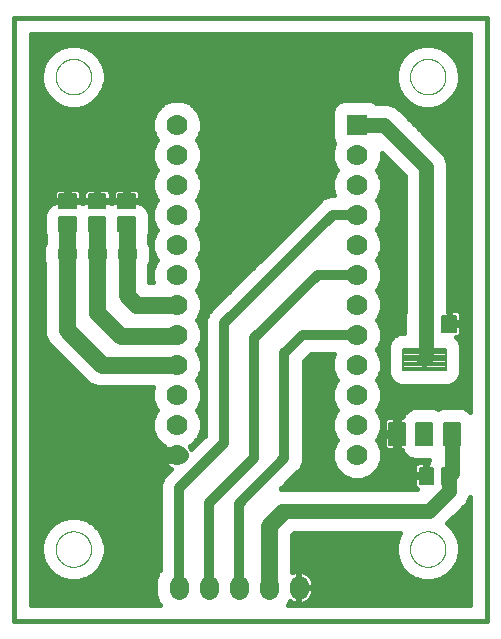
<source format=gtl>
G75*
%MOIN*%
%OFA0B0*%
%FSLAX25Y25*%
%IPPOS*%
%LPD*%
%AMOC8*
5,1,8,0,0,1.08239X$1,22.5*
%
%ADD10C,0.01600*%
%ADD11C,0.00000*%
%ADD12C,0.07000*%
%ADD13R,0.07000X0.07000*%
%ADD14C,0.00512*%
%ADD15C,0.06400*%
%ADD16C,0.00591*%
%ADD17C,0.00787*%
%ADD18C,0.05600*%
%ADD19C,0.03200*%
%ADD20C,0.05000*%
%ADD21C,0.04000*%
D10*
X0043461Y0017076D02*
X0200942Y0017076D01*
X0200942Y0218335D01*
X0043461Y0218335D01*
X0043461Y0017076D01*
X0049061Y0022676D02*
X0049061Y0212735D01*
X0195342Y0212735D01*
X0195342Y0087007D01*
X0194753Y0087596D01*
X0192880Y0088372D01*
X0185538Y0088372D01*
X0184682Y0088017D01*
X0183825Y0088372D01*
X0176483Y0088372D01*
X0174610Y0087596D01*
X0173177Y0086163D01*
X0172767Y0085172D01*
X0171775Y0085172D01*
X0171775Y0080311D01*
X0170423Y0080311D01*
X0170423Y0085172D01*
X0168192Y0085172D01*
X0167710Y0085042D01*
X0167278Y0084793D01*
X0166925Y0084440D01*
X0166675Y0084008D01*
X0166546Y0083526D01*
X0166546Y0080311D01*
X0170423Y0080311D01*
X0170423Y0078958D01*
X0171775Y0078958D01*
X0171775Y0074098D01*
X0172767Y0074098D01*
X0173177Y0073107D01*
X0174610Y0071673D01*
X0176483Y0070898D01*
X0181614Y0070898D01*
X0180945Y0069282D01*
X0180945Y0066059D01*
X0180344Y0066059D01*
X0180344Y0065100D01*
X0176664Y0065100D01*
X0176664Y0062638D01*
X0176791Y0062166D01*
X0177035Y0061743D01*
X0177381Y0061398D01*
X0177746Y0061187D01*
X0132214Y0061187D01*
X0137087Y0066059D01*
X0138887Y0067860D01*
X0139861Y0070212D01*
X0139861Y0103834D01*
X0142293Y0106266D01*
X0150142Y0106266D01*
X0149335Y0104317D01*
X0149335Y0101015D01*
X0150598Y0097965D01*
X0150897Y0097666D01*
X0150598Y0097368D01*
X0149335Y0094317D01*
X0149335Y0091015D01*
X0150598Y0087965D01*
X0150897Y0087666D01*
X0150598Y0087368D01*
X0149335Y0084317D01*
X0149335Y0081015D01*
X0150598Y0077965D01*
X0150897Y0077666D01*
X0150598Y0077368D01*
X0149335Y0074317D01*
X0149335Y0071015D01*
X0150598Y0067965D01*
X0152933Y0065630D01*
X0155984Y0064366D01*
X0159285Y0064366D01*
X0162336Y0065630D01*
X0164671Y0067965D01*
X0165934Y0071015D01*
X0165934Y0074317D01*
X0164671Y0077368D01*
X0164372Y0077666D01*
X0164671Y0077965D01*
X0165934Y0081015D01*
X0165934Y0084317D01*
X0164671Y0087368D01*
X0164372Y0087666D01*
X0164671Y0087965D01*
X0165934Y0091015D01*
X0165934Y0094317D01*
X0164671Y0097368D01*
X0164372Y0097666D01*
X0164671Y0097965D01*
X0165934Y0101015D01*
X0165934Y0104317D01*
X0164671Y0107368D01*
X0164372Y0107666D01*
X0164671Y0107965D01*
X0165934Y0111015D01*
X0165934Y0114317D01*
X0164671Y0117368D01*
X0164372Y0117666D01*
X0164671Y0117965D01*
X0165934Y0121015D01*
X0165934Y0124317D01*
X0164671Y0127368D01*
X0164372Y0127666D01*
X0164671Y0127965D01*
X0165934Y0131015D01*
X0165934Y0134317D01*
X0164671Y0137368D01*
X0164372Y0137666D01*
X0164671Y0137965D01*
X0165934Y0141015D01*
X0165934Y0144317D01*
X0164671Y0147368D01*
X0164372Y0147666D01*
X0164671Y0147965D01*
X0165934Y0151015D01*
X0165934Y0154317D01*
X0164671Y0157368D01*
X0164372Y0157666D01*
X0164671Y0157965D01*
X0165934Y0161015D01*
X0165934Y0164317D01*
X0164671Y0167368D01*
X0164372Y0167666D01*
X0164671Y0167965D01*
X0165934Y0171015D01*
X0165934Y0173098D01*
X0173523Y0165509D01*
X0173523Y0120133D01*
X0173464Y0119991D01*
X0173464Y0113175D01*
X0172034Y0113175D01*
X0170126Y0112384D01*
X0168665Y0110923D01*
X0167874Y0109014D01*
X0167874Y0099861D01*
X0168665Y0097952D01*
X0170126Y0096491D01*
X0172034Y0095701D01*
X0188274Y0095701D01*
X0190183Y0096491D01*
X0191644Y0097952D01*
X0192434Y0099861D01*
X0192434Y0109014D01*
X0191644Y0110923D01*
X0190831Y0111735D01*
X0190851Y0111735D01*
X0191323Y0111862D01*
X0191746Y0112106D01*
X0192092Y0112452D01*
X0192336Y0112875D01*
X0192463Y0113347D01*
X0192463Y0115809D01*
X0188783Y0115809D01*
X0188783Y0116768D01*
X0188183Y0116768D01*
X0188183Y0119991D01*
X0188123Y0120133D01*
X0188123Y0169984D01*
X0187012Y0172667D01*
X0172878Y0186801D01*
X0170825Y0188855D01*
X0168142Y0189966D01*
X0164123Y0189966D01*
X0163853Y0190235D01*
X0162089Y0190966D01*
X0153180Y0190966D01*
X0151416Y0190235D01*
X0150065Y0188885D01*
X0149335Y0187121D01*
X0149335Y0178211D01*
X0150065Y0176447D01*
X0150172Y0176340D01*
X0149335Y0174317D01*
X0149335Y0171015D01*
X0150598Y0167965D01*
X0150897Y0167666D01*
X0150598Y0167368D01*
X0149335Y0164317D01*
X0149335Y0161015D01*
X0150142Y0159066D01*
X0148369Y0159066D01*
X0146017Y0158092D01*
X0144217Y0156291D01*
X0108036Y0120110D01*
X0107061Y0117758D01*
X0107061Y0079136D01*
X0102407Y0074482D01*
X0102361Y0074624D01*
X0101996Y0075339D01*
X0101913Y0075454D01*
X0102336Y0075630D01*
X0104671Y0077965D01*
X0105934Y0081015D01*
X0105934Y0084317D01*
X0104671Y0087368D01*
X0104372Y0087666D01*
X0104671Y0087965D01*
X0105934Y0091015D01*
X0105934Y0094317D01*
X0104671Y0097368D01*
X0104372Y0097666D01*
X0104671Y0097965D01*
X0105934Y0101015D01*
X0105934Y0104317D01*
X0104671Y0107368D01*
X0104372Y0107666D01*
X0104671Y0107965D01*
X0105934Y0111015D01*
X0105934Y0114317D01*
X0104671Y0117368D01*
X0104372Y0117666D01*
X0104671Y0117965D01*
X0105934Y0121015D01*
X0105934Y0124317D01*
X0104671Y0127368D01*
X0104372Y0127666D01*
X0104671Y0127965D01*
X0105934Y0131015D01*
X0105934Y0134317D01*
X0104671Y0137368D01*
X0104372Y0137666D01*
X0104671Y0137965D01*
X0105934Y0141015D01*
X0105934Y0144317D01*
X0104671Y0147368D01*
X0104372Y0147666D01*
X0104671Y0147965D01*
X0105934Y0151015D01*
X0105934Y0154317D01*
X0104671Y0157368D01*
X0104372Y0157666D01*
X0104671Y0157965D01*
X0105934Y0161015D01*
X0105934Y0164317D01*
X0104671Y0167368D01*
X0104372Y0167666D01*
X0104671Y0167965D01*
X0105934Y0171015D01*
X0105934Y0174317D01*
X0104671Y0177368D01*
X0104372Y0177666D01*
X0104671Y0177965D01*
X0105934Y0181015D01*
X0105934Y0184317D01*
X0104671Y0187368D01*
X0102336Y0189703D01*
X0099285Y0190966D01*
X0095984Y0190966D01*
X0092933Y0189703D01*
X0090598Y0187368D01*
X0089335Y0184317D01*
X0089335Y0181015D01*
X0090598Y0177965D01*
X0090897Y0177666D01*
X0090598Y0177368D01*
X0089335Y0174317D01*
X0089335Y0171015D01*
X0090598Y0167965D01*
X0090897Y0167666D01*
X0090598Y0167368D01*
X0089335Y0164317D01*
X0089335Y0161015D01*
X0090598Y0157965D01*
X0090897Y0157666D01*
X0090598Y0157368D01*
X0089335Y0154317D01*
X0089335Y0151015D01*
X0090598Y0147965D01*
X0090897Y0147666D01*
X0090598Y0147368D01*
X0089335Y0144317D01*
X0089335Y0141015D01*
X0090598Y0137965D01*
X0090897Y0137666D01*
X0090598Y0137368D01*
X0089335Y0134317D01*
X0089335Y0131015D01*
X0089645Y0130266D01*
X0088463Y0130266D01*
X0088463Y0135858D01*
X0089020Y0137204D01*
X0089020Y0141987D01*
X0088463Y0143332D01*
X0088463Y0145957D01*
X0088616Y0146326D01*
X0088616Y0152943D01*
X0087846Y0154802D01*
X0086424Y0156224D01*
X0084565Y0156994D01*
X0082956Y0156994D01*
X0082375Y0157235D01*
X0081342Y0157235D01*
X0081342Y0157594D01*
X0085416Y0157594D01*
X0085416Y0159662D01*
X0085289Y0160134D01*
X0085045Y0160558D01*
X0084699Y0160903D01*
X0084276Y0161148D01*
X0083804Y0161274D01*
X0081342Y0161274D01*
X0081342Y0157595D01*
X0080383Y0157595D01*
X0080383Y0161274D01*
X0077922Y0161274D01*
X0077450Y0161148D01*
X0077026Y0160903D01*
X0076681Y0160558D01*
X0076437Y0160134D01*
X0076310Y0159662D01*
X0076310Y0157594D01*
X0080383Y0157594D01*
X0080383Y0157235D01*
X0079351Y0157235D01*
X0078769Y0156994D01*
X0077160Y0156994D01*
X0075942Y0156489D01*
X0074723Y0156994D01*
X0073114Y0156994D01*
X0072532Y0157235D01*
X0071500Y0157235D01*
X0071500Y0157594D01*
X0075573Y0157594D01*
X0075573Y0159662D01*
X0075447Y0160134D01*
X0075202Y0160558D01*
X0074857Y0160903D01*
X0074434Y0161148D01*
X0073962Y0161274D01*
X0071500Y0161274D01*
X0071500Y0157595D01*
X0070541Y0157595D01*
X0070541Y0161274D01*
X0068079Y0161274D01*
X0067607Y0161148D01*
X0067184Y0160903D01*
X0066838Y0160558D01*
X0066594Y0160134D01*
X0066468Y0159662D01*
X0066468Y0157594D01*
X0070541Y0157594D01*
X0070541Y0157235D01*
X0069509Y0157235D01*
X0068927Y0156994D01*
X0067318Y0156994D01*
X0066099Y0156489D01*
X0064880Y0156994D01*
X0063271Y0156994D01*
X0062690Y0157235D01*
X0061657Y0157235D01*
X0061657Y0157594D01*
X0065731Y0157594D01*
X0065731Y0159662D01*
X0065604Y0160134D01*
X0065360Y0160558D01*
X0065014Y0160903D01*
X0064591Y0161148D01*
X0064119Y0161274D01*
X0061657Y0161274D01*
X0061657Y0157595D01*
X0060698Y0157595D01*
X0060698Y0161274D01*
X0058237Y0161274D01*
X0057765Y0161148D01*
X0057341Y0160903D01*
X0056996Y0160558D01*
X0056752Y0160134D01*
X0056625Y0159662D01*
X0056625Y0157594D01*
X0060698Y0157594D01*
X0060698Y0157235D01*
X0059666Y0157235D01*
X0059084Y0156994D01*
X0057475Y0156994D01*
X0055617Y0156224D01*
X0054195Y0154802D01*
X0053425Y0152943D01*
X0053425Y0146326D01*
X0053578Y0145957D01*
X0053578Y0143332D01*
X0053020Y0141987D01*
X0053020Y0137204D01*
X0053420Y0136238D01*
X0053420Y0112650D01*
X0054577Y0109857D01*
X0056715Y0107719D01*
X0068211Y0096223D01*
X0071005Y0095066D01*
X0089645Y0095066D01*
X0089335Y0094317D01*
X0089335Y0091015D01*
X0090598Y0087965D01*
X0090897Y0087666D01*
X0090598Y0087368D01*
X0089335Y0084317D01*
X0089335Y0081015D01*
X0090598Y0077965D01*
X0092933Y0075630D01*
X0093356Y0075454D01*
X0093273Y0075339D01*
X0092908Y0074624D01*
X0092660Y0073860D01*
X0092535Y0073068D01*
X0092535Y0072850D01*
X0097450Y0072850D01*
X0097450Y0072482D01*
X0092535Y0072482D01*
X0092535Y0072265D01*
X0092660Y0071472D01*
X0092908Y0070708D01*
X0093273Y0069993D01*
X0093744Y0069344D01*
X0094312Y0068776D01*
X0094962Y0068304D01*
X0095677Y0067940D01*
X0095819Y0067894D01*
X0093036Y0065110D01*
X0092061Y0062758D01*
X0092061Y0058036D01*
X0091864Y0057561D01*
X0091864Y0034128D01*
X0091482Y0033746D01*
X0090264Y0030805D01*
X0090264Y0026023D01*
X0091482Y0023083D01*
X0091482Y0023084D02*
X0049061Y0023084D01*
X0049061Y0022676D02*
X0091889Y0022676D01*
X0091482Y0023083D01*
X0090820Y0024682D02*
X0049061Y0024682D01*
X0049061Y0026281D02*
X0090264Y0026281D01*
X0090264Y0027879D02*
X0049061Y0027879D01*
X0049061Y0029478D02*
X0090264Y0029478D01*
X0090377Y0031076D02*
X0066838Y0031076D01*
X0067278Y0031194D02*
X0064556Y0030465D01*
X0061737Y0030465D01*
X0059014Y0031194D01*
X0056573Y0032604D01*
X0054580Y0034597D01*
X0053170Y0037038D01*
X0052441Y0039761D01*
X0052441Y0042579D01*
X0053170Y0045302D01*
X0054580Y0047743D01*
X0056573Y0049737D01*
X0059014Y0051146D01*
X0061737Y0051876D01*
X0064556Y0051876D01*
X0067278Y0051146D01*
X0069720Y0049737D01*
X0071713Y0047743D01*
X0073122Y0045302D01*
X0073852Y0042579D01*
X0073852Y0039761D01*
X0073122Y0037038D01*
X0071713Y0034597D01*
X0069720Y0032604D01*
X0067278Y0031194D01*
X0069791Y0032675D02*
X0091039Y0032675D01*
X0091864Y0034273D02*
X0071389Y0034273D01*
X0072449Y0035872D02*
X0091864Y0035872D01*
X0091864Y0037470D02*
X0073238Y0037470D01*
X0073666Y0039069D02*
X0091864Y0039069D01*
X0091864Y0040667D02*
X0073852Y0040667D01*
X0073852Y0042266D02*
X0091864Y0042266D01*
X0091864Y0043864D02*
X0073508Y0043864D01*
X0073030Y0045463D02*
X0091864Y0045463D01*
X0091864Y0047061D02*
X0072107Y0047061D01*
X0070797Y0048660D02*
X0091864Y0048660D01*
X0091864Y0050258D02*
X0068816Y0050258D01*
X0064626Y0051857D02*
X0091864Y0051857D01*
X0091864Y0053455D02*
X0049061Y0053455D01*
X0049061Y0051857D02*
X0061667Y0051857D01*
X0057476Y0050258D02*
X0049061Y0050258D01*
X0049061Y0048660D02*
X0055496Y0048660D01*
X0054186Y0047061D02*
X0049061Y0047061D01*
X0049061Y0045463D02*
X0053263Y0045463D01*
X0052785Y0043864D02*
X0049061Y0043864D01*
X0049061Y0042266D02*
X0052441Y0042266D01*
X0052441Y0040667D02*
X0049061Y0040667D01*
X0049061Y0039069D02*
X0052626Y0039069D01*
X0053055Y0037470D02*
X0049061Y0037470D01*
X0049061Y0035872D02*
X0053844Y0035872D01*
X0054903Y0034273D02*
X0049061Y0034273D01*
X0049061Y0032675D02*
X0056502Y0032675D01*
X0059455Y0031076D02*
X0049061Y0031076D01*
X0049061Y0055054D02*
X0091864Y0055054D01*
X0091864Y0056652D02*
X0049061Y0056652D01*
X0049061Y0058251D02*
X0092061Y0058251D01*
X0092061Y0059849D02*
X0049061Y0059849D01*
X0049061Y0061448D02*
X0092061Y0061448D01*
X0092181Y0063046D02*
X0049061Y0063046D01*
X0049061Y0064645D02*
X0092843Y0064645D01*
X0094169Y0066243D02*
X0049061Y0066243D01*
X0049061Y0067842D02*
X0095767Y0067842D01*
X0093674Y0069440D02*
X0049061Y0069440D01*
X0049061Y0071039D02*
X0092801Y0071039D01*
X0092782Y0074236D02*
X0049061Y0074236D01*
X0049061Y0075834D02*
X0092728Y0075834D01*
X0091130Y0077433D02*
X0049061Y0077433D01*
X0049061Y0079031D02*
X0090156Y0079031D01*
X0089494Y0080630D02*
X0049061Y0080630D01*
X0049061Y0082228D02*
X0089335Y0082228D01*
X0089335Y0083827D02*
X0049061Y0083827D01*
X0049061Y0085425D02*
X0089794Y0085425D01*
X0090456Y0087024D02*
X0049061Y0087024D01*
X0049061Y0088623D02*
X0090326Y0088623D01*
X0089663Y0090221D02*
X0049061Y0090221D01*
X0049061Y0091820D02*
X0089335Y0091820D01*
X0089335Y0093418D02*
X0049061Y0093418D01*
X0049061Y0095017D02*
X0089624Y0095017D01*
X0104983Y0096615D02*
X0107061Y0096615D01*
X0107061Y0095017D02*
X0105645Y0095017D01*
X0105934Y0093418D02*
X0107061Y0093418D01*
X0107061Y0091820D02*
X0105934Y0091820D01*
X0105606Y0090221D02*
X0107061Y0090221D01*
X0107061Y0088623D02*
X0104943Y0088623D01*
X0104813Y0087024D02*
X0107061Y0087024D01*
X0107061Y0085425D02*
X0105475Y0085425D01*
X0105934Y0083827D02*
X0107061Y0083827D01*
X0107061Y0082228D02*
X0105934Y0082228D01*
X0105775Y0080630D02*
X0107061Y0080630D01*
X0106957Y0079031D02*
X0105113Y0079031D01*
X0105358Y0077433D02*
X0104139Y0077433D01*
X0103760Y0075834D02*
X0102541Y0075834D01*
X0100776Y0072850D02*
X0097819Y0072850D01*
X0097819Y0072482D01*
X0100407Y0072482D01*
X0100776Y0072850D01*
X0100563Y0072637D02*
X0097819Y0072637D01*
X0097450Y0072637D02*
X0049061Y0072637D01*
X0049061Y0096615D02*
X0067819Y0096615D01*
X0066221Y0098214D02*
X0049061Y0098214D01*
X0049061Y0099812D02*
X0064622Y0099812D01*
X0063024Y0101411D02*
X0049061Y0101411D01*
X0049061Y0103009D02*
X0061425Y0103009D01*
X0059827Y0104608D02*
X0049061Y0104608D01*
X0049061Y0106206D02*
X0058228Y0106206D01*
X0056630Y0107805D02*
X0049061Y0107805D01*
X0049061Y0109403D02*
X0055031Y0109403D01*
X0054103Y0111002D02*
X0049061Y0111002D01*
X0049061Y0112600D02*
X0053441Y0112600D01*
X0053420Y0114199D02*
X0049061Y0114199D01*
X0049061Y0115797D02*
X0053420Y0115797D01*
X0053420Y0117396D02*
X0049061Y0117396D01*
X0049061Y0118994D02*
X0053420Y0118994D01*
X0053420Y0120593D02*
X0049061Y0120593D01*
X0049061Y0122191D02*
X0053420Y0122191D01*
X0053420Y0123790D02*
X0049061Y0123790D01*
X0049061Y0125388D02*
X0053420Y0125388D01*
X0053420Y0126987D02*
X0049061Y0126987D01*
X0049061Y0128585D02*
X0053420Y0128585D01*
X0053420Y0130184D02*
X0049061Y0130184D01*
X0049061Y0131782D02*
X0053420Y0131782D01*
X0053420Y0133381D02*
X0049061Y0133381D01*
X0049061Y0134979D02*
X0053420Y0134979D01*
X0053280Y0136578D02*
X0049061Y0136578D01*
X0049061Y0138176D02*
X0053020Y0138176D01*
X0053020Y0139775D02*
X0049061Y0139775D01*
X0049061Y0141373D02*
X0053020Y0141373D01*
X0053428Y0142972D02*
X0049061Y0142972D01*
X0049061Y0144570D02*
X0053578Y0144570D01*
X0053490Y0146169D02*
X0049061Y0146169D01*
X0049061Y0147767D02*
X0053425Y0147767D01*
X0053425Y0149366D02*
X0049061Y0149366D01*
X0049061Y0150964D02*
X0053425Y0150964D01*
X0053425Y0152563D02*
X0049061Y0152563D01*
X0049061Y0154161D02*
X0053930Y0154161D01*
X0055153Y0155760D02*
X0049061Y0155760D01*
X0049061Y0157359D02*
X0060698Y0157359D01*
X0061657Y0157359D02*
X0070541Y0157359D01*
X0071500Y0157359D02*
X0080383Y0157359D01*
X0081342Y0157359D02*
X0090594Y0157359D01*
X0090187Y0158957D02*
X0085416Y0158957D01*
X0085046Y0160556D02*
X0089525Y0160556D01*
X0089335Y0162154D02*
X0049061Y0162154D01*
X0049061Y0160556D02*
X0056995Y0160556D01*
X0056625Y0158957D02*
X0049061Y0158957D01*
X0049061Y0163753D02*
X0089335Y0163753D01*
X0089763Y0165351D02*
X0049061Y0165351D01*
X0049061Y0166950D02*
X0090425Y0166950D01*
X0090356Y0168548D02*
X0049061Y0168548D01*
X0049061Y0170147D02*
X0089694Y0170147D01*
X0089335Y0171745D02*
X0049061Y0171745D01*
X0049061Y0173344D02*
X0089335Y0173344D01*
X0089593Y0174942D02*
X0049061Y0174942D01*
X0049061Y0176541D02*
X0090256Y0176541D01*
X0090526Y0178139D02*
X0049061Y0178139D01*
X0049061Y0179738D02*
X0089864Y0179738D01*
X0089335Y0181336D02*
X0049061Y0181336D01*
X0049061Y0182935D02*
X0089335Y0182935D01*
X0089424Y0184533D02*
X0049061Y0184533D01*
X0049061Y0186132D02*
X0090086Y0186132D01*
X0090961Y0187730D02*
X0049061Y0187730D01*
X0049061Y0189329D02*
X0057881Y0189329D01*
X0059014Y0188674D02*
X0056573Y0190084D01*
X0054580Y0192077D01*
X0053170Y0194518D01*
X0052441Y0197241D01*
X0052441Y0200060D01*
X0053170Y0202783D01*
X0054580Y0205224D01*
X0056573Y0207217D01*
X0059014Y0208626D01*
X0061737Y0209356D01*
X0064556Y0209356D01*
X0067278Y0208626D01*
X0069720Y0207217D01*
X0071713Y0205224D01*
X0073122Y0202783D01*
X0073852Y0200060D01*
X0073852Y0197241D01*
X0073122Y0194518D01*
X0071713Y0192077D01*
X0069720Y0190084D01*
X0067278Y0188674D01*
X0064556Y0187945D01*
X0061737Y0187945D01*
X0059014Y0188674D01*
X0055730Y0190927D02*
X0049061Y0190927D01*
X0049061Y0192526D02*
X0054321Y0192526D01*
X0053398Y0194124D02*
X0049061Y0194124D01*
X0049061Y0195723D02*
X0052848Y0195723D01*
X0052441Y0197321D02*
X0049061Y0197321D01*
X0049061Y0198920D02*
X0052441Y0198920D01*
X0052564Y0200518D02*
X0049061Y0200518D01*
X0049061Y0202117D02*
X0052992Y0202117D01*
X0053709Y0203715D02*
X0049061Y0203715D01*
X0049061Y0205314D02*
X0054670Y0205314D01*
X0056268Y0206912D02*
X0049061Y0206912D01*
X0049061Y0208511D02*
X0058814Y0208511D01*
X0067478Y0208511D02*
X0176924Y0208511D01*
X0177124Y0208626D02*
X0174683Y0207217D01*
X0172690Y0205224D01*
X0171281Y0202783D01*
X0170551Y0200060D01*
X0170551Y0197241D01*
X0171281Y0194518D01*
X0172690Y0192077D01*
X0174683Y0190084D01*
X0177124Y0188674D01*
X0179847Y0187945D01*
X0182666Y0187945D01*
X0185389Y0188674D01*
X0187830Y0190084D01*
X0189823Y0192077D01*
X0191232Y0194518D01*
X0191962Y0197241D01*
X0191962Y0200060D01*
X0191232Y0202783D01*
X0189823Y0205224D01*
X0187830Y0207217D01*
X0185389Y0208626D01*
X0182666Y0209356D01*
X0179847Y0209356D01*
X0177124Y0208626D01*
X0174379Y0206912D02*
X0070024Y0206912D01*
X0071623Y0205314D02*
X0172780Y0205314D01*
X0171819Y0203715D02*
X0072584Y0203715D01*
X0073301Y0202117D02*
X0171102Y0202117D01*
X0170674Y0200518D02*
X0073729Y0200518D01*
X0073852Y0198920D02*
X0170551Y0198920D01*
X0170551Y0197321D02*
X0073852Y0197321D01*
X0073445Y0195723D02*
X0170958Y0195723D01*
X0171508Y0194124D02*
X0072895Y0194124D01*
X0071972Y0192526D02*
X0172431Y0192526D01*
X0173840Y0190927D02*
X0162183Y0190927D01*
X0169681Y0189329D02*
X0175991Y0189329D01*
X0173548Y0186132D02*
X0195342Y0186132D01*
X0195342Y0187730D02*
X0171949Y0187730D01*
X0175146Y0184533D02*
X0195342Y0184533D01*
X0195342Y0182935D02*
X0176745Y0182935D01*
X0178343Y0181336D02*
X0195342Y0181336D01*
X0195342Y0179738D02*
X0179942Y0179738D01*
X0181540Y0178139D02*
X0195342Y0178139D01*
X0195342Y0176541D02*
X0183139Y0176541D01*
X0184737Y0174942D02*
X0195342Y0174942D01*
X0195342Y0173344D02*
X0186336Y0173344D01*
X0187394Y0171745D02*
X0195342Y0171745D01*
X0195342Y0170147D02*
X0188056Y0170147D01*
X0188123Y0168548D02*
X0195342Y0168548D01*
X0195342Y0166950D02*
X0188123Y0166950D01*
X0188123Y0165351D02*
X0195342Y0165351D01*
X0195342Y0163753D02*
X0188123Y0163753D01*
X0188123Y0162154D02*
X0195342Y0162154D01*
X0195342Y0160556D02*
X0188123Y0160556D01*
X0188123Y0158957D02*
X0195342Y0158957D01*
X0195342Y0157359D02*
X0188123Y0157359D01*
X0188123Y0155760D02*
X0195342Y0155760D01*
X0195342Y0154161D02*
X0188123Y0154161D01*
X0188123Y0152563D02*
X0195342Y0152563D01*
X0195342Y0150964D02*
X0188123Y0150964D01*
X0188123Y0149366D02*
X0195342Y0149366D01*
X0195342Y0147767D02*
X0188123Y0147767D01*
X0188123Y0146169D02*
X0195342Y0146169D01*
X0195342Y0144570D02*
X0188123Y0144570D01*
X0188123Y0142972D02*
X0195342Y0142972D01*
X0195342Y0141373D02*
X0188123Y0141373D01*
X0188123Y0139775D02*
X0195342Y0139775D01*
X0195342Y0138176D02*
X0188123Y0138176D01*
X0188123Y0136578D02*
X0195342Y0136578D01*
X0195342Y0134979D02*
X0188123Y0134979D01*
X0188123Y0133381D02*
X0195342Y0133381D01*
X0195342Y0131782D02*
X0188123Y0131782D01*
X0188123Y0130184D02*
X0195342Y0130184D01*
X0195342Y0128585D02*
X0188123Y0128585D01*
X0188123Y0126987D02*
X0195342Y0126987D01*
X0195342Y0125388D02*
X0188123Y0125388D01*
X0188123Y0123790D02*
X0195342Y0123790D01*
X0195342Y0122191D02*
X0188123Y0122191D01*
X0188783Y0120841D02*
X0190851Y0120841D01*
X0191323Y0120714D01*
X0191746Y0120470D01*
X0192092Y0120125D01*
X0192336Y0119701D01*
X0192463Y0119229D01*
X0192463Y0116768D01*
X0188783Y0116768D01*
X0188783Y0120841D01*
X0188783Y0120593D02*
X0188123Y0120593D01*
X0188183Y0118994D02*
X0188783Y0118994D01*
X0188783Y0117396D02*
X0188183Y0117396D01*
X0192178Y0112600D02*
X0195342Y0112600D01*
X0195342Y0111002D02*
X0191565Y0111002D01*
X0192273Y0109403D02*
X0195342Y0109403D01*
X0195342Y0107805D02*
X0192434Y0107805D01*
X0192434Y0106206D02*
X0195342Y0106206D01*
X0195342Y0104608D02*
X0192434Y0104608D01*
X0192434Y0103009D02*
X0195342Y0103009D01*
X0195342Y0101411D02*
X0192434Y0101411D01*
X0192414Y0099812D02*
X0195342Y0099812D01*
X0195342Y0098214D02*
X0191752Y0098214D01*
X0190306Y0096615D02*
X0195342Y0096615D01*
X0195342Y0095017D02*
X0165645Y0095017D01*
X0165934Y0093418D02*
X0195342Y0093418D01*
X0195342Y0091820D02*
X0165934Y0091820D01*
X0165606Y0090221D02*
X0195342Y0090221D01*
X0195342Y0088623D02*
X0164943Y0088623D01*
X0164813Y0087024D02*
X0174039Y0087024D01*
X0172872Y0085425D02*
X0165475Y0085425D01*
X0165934Y0083827D02*
X0166627Y0083827D01*
X0166546Y0082228D02*
X0165934Y0082228D01*
X0165775Y0080630D02*
X0166546Y0080630D01*
X0166546Y0078958D02*
X0166546Y0075743D01*
X0166675Y0075261D01*
X0166925Y0074829D01*
X0167278Y0074476D01*
X0167710Y0074227D01*
X0168192Y0074098D01*
X0170423Y0074098D01*
X0170423Y0078958D01*
X0166546Y0078958D01*
X0165113Y0079031D02*
X0170423Y0079031D01*
X0170423Y0077433D02*
X0171775Y0077433D01*
X0171775Y0075834D02*
X0170423Y0075834D01*
X0170423Y0074236D02*
X0171775Y0074236D01*
X0173646Y0072637D02*
X0165934Y0072637D01*
X0165934Y0071039D02*
X0176142Y0071039D01*
X0177381Y0069761D02*
X0177035Y0069416D01*
X0176791Y0068993D01*
X0176664Y0068521D01*
X0176664Y0066059D01*
X0180344Y0066059D01*
X0180344Y0070132D01*
X0178276Y0070132D01*
X0177804Y0070006D01*
X0177381Y0069761D01*
X0177060Y0069440D02*
X0165282Y0069440D01*
X0164548Y0067842D02*
X0176664Y0067842D01*
X0176664Y0066243D02*
X0162950Y0066243D01*
X0159958Y0064645D02*
X0176664Y0064645D01*
X0176664Y0063046D02*
X0134074Y0063046D01*
X0135672Y0064645D02*
X0155311Y0064645D01*
X0152319Y0066243D02*
X0137271Y0066243D01*
X0138869Y0067842D02*
X0150721Y0067842D01*
X0149987Y0069440D02*
X0139542Y0069440D01*
X0139861Y0071039D02*
X0149335Y0071039D01*
X0149335Y0072637D02*
X0139861Y0072637D01*
X0139861Y0074236D02*
X0149335Y0074236D01*
X0149963Y0075834D02*
X0139861Y0075834D01*
X0139861Y0077433D02*
X0150663Y0077433D01*
X0150156Y0079031D02*
X0139861Y0079031D01*
X0139861Y0080630D02*
X0149494Y0080630D01*
X0149335Y0082228D02*
X0139861Y0082228D01*
X0139861Y0083827D02*
X0149335Y0083827D01*
X0149794Y0085425D02*
X0139861Y0085425D01*
X0139861Y0087024D02*
X0150456Y0087024D01*
X0150326Y0088623D02*
X0139861Y0088623D01*
X0139861Y0090221D02*
X0149663Y0090221D01*
X0149335Y0091820D02*
X0139861Y0091820D01*
X0139861Y0093418D02*
X0149335Y0093418D01*
X0149624Y0095017D02*
X0139861Y0095017D01*
X0139861Y0096615D02*
X0150286Y0096615D01*
X0150495Y0098214D02*
X0139861Y0098214D01*
X0139861Y0099812D02*
X0149833Y0099812D01*
X0149335Y0101411D02*
X0139861Y0101411D01*
X0139861Y0103009D02*
X0149335Y0103009D01*
X0149455Y0104608D02*
X0140635Y0104608D01*
X0142233Y0106206D02*
X0150117Y0106206D01*
X0164511Y0107805D02*
X0167874Y0107805D01*
X0167874Y0106206D02*
X0165152Y0106206D01*
X0165814Y0104608D02*
X0167874Y0104608D01*
X0167874Y0103009D02*
X0165934Y0103009D01*
X0165934Y0101411D02*
X0167874Y0101411D01*
X0167894Y0099812D02*
X0165436Y0099812D01*
X0164774Y0098214D02*
X0168556Y0098214D01*
X0170002Y0096615D02*
X0164983Y0096615D01*
X0170423Y0083827D02*
X0171775Y0083827D01*
X0171775Y0082228D02*
X0170423Y0082228D01*
X0170423Y0080630D02*
X0171775Y0080630D01*
X0166546Y0077433D02*
X0164606Y0077433D01*
X0165306Y0075834D02*
X0166546Y0075834D01*
X0165934Y0074236D02*
X0167694Y0074236D01*
X0180344Y0069440D02*
X0181010Y0069440D01*
X0180945Y0067842D02*
X0180344Y0067842D01*
X0180344Y0066243D02*
X0180945Y0066243D01*
X0177331Y0061448D02*
X0132475Y0061448D01*
X0136634Y0046587D02*
X0135864Y0045817D01*
X0135864Y0033378D01*
X0136422Y0033663D01*
X0137140Y0033896D01*
X0137887Y0034014D01*
X0138064Y0034014D01*
X0138064Y0028614D01*
X0138464Y0028614D01*
X0138464Y0034014D01*
X0138642Y0034014D01*
X0139388Y0033896D01*
X0140107Y0033663D01*
X0140780Y0033319D01*
X0141391Y0032875D01*
X0141926Y0032341D01*
X0142370Y0031730D01*
X0142713Y0031057D01*
X0142946Y0030338D01*
X0143064Y0029592D01*
X0143064Y0028614D01*
X0138465Y0028614D01*
X0138465Y0028214D01*
X0143064Y0028214D01*
X0143064Y0027236D01*
X0142946Y0026490D01*
X0142713Y0025772D01*
X0142370Y0025098D01*
X0141926Y0024487D01*
X0141391Y0023953D01*
X0140780Y0023509D01*
X0140107Y0023166D01*
X0139388Y0022932D01*
X0138642Y0022814D01*
X0138464Y0022814D01*
X0138464Y0028214D01*
X0138064Y0028214D01*
X0138064Y0022814D01*
X0137887Y0022814D01*
X0137140Y0022932D01*
X0136422Y0023166D01*
X0135749Y0023509D01*
X0135345Y0023802D01*
X0135046Y0023083D01*
X0134640Y0022676D01*
X0195342Y0022676D01*
X0195342Y0058416D01*
X0194492Y0056366D01*
X0192439Y0054312D01*
X0187847Y0049720D01*
X0189823Y0047743D01*
X0191232Y0045302D01*
X0191962Y0042579D01*
X0191962Y0039761D01*
X0191232Y0037038D01*
X0189823Y0034597D01*
X0187830Y0032604D01*
X0185389Y0031194D01*
X0182666Y0030465D01*
X0179847Y0030465D01*
X0177124Y0031194D01*
X0174683Y0032604D01*
X0172690Y0034597D01*
X0171281Y0037038D01*
X0170551Y0039761D01*
X0170551Y0042579D01*
X0171281Y0045302D01*
X0172022Y0046587D01*
X0136634Y0046587D01*
X0135864Y0045463D02*
X0171373Y0045463D01*
X0170895Y0043864D02*
X0135864Y0043864D01*
X0135864Y0042266D02*
X0170551Y0042266D01*
X0170551Y0040667D02*
X0135864Y0040667D01*
X0135864Y0039069D02*
X0170736Y0039069D01*
X0171165Y0037470D02*
X0135864Y0037470D01*
X0135864Y0035872D02*
X0171954Y0035872D01*
X0173014Y0034273D02*
X0135864Y0034273D01*
X0138064Y0032675D02*
X0138464Y0032675D01*
X0138464Y0031076D02*
X0138064Y0031076D01*
X0138064Y0029478D02*
X0138464Y0029478D01*
X0138464Y0027879D02*
X0138064Y0027879D01*
X0138064Y0026281D02*
X0138464Y0026281D01*
X0138464Y0024682D02*
X0138064Y0024682D01*
X0138064Y0023084D02*
X0138464Y0023084D01*
X0139854Y0023084D02*
X0195342Y0023084D01*
X0195342Y0024682D02*
X0142067Y0024682D01*
X0142878Y0026281D02*
X0195342Y0026281D01*
X0195342Y0027879D02*
X0143064Y0027879D01*
X0143064Y0029478D02*
X0195342Y0029478D01*
X0195342Y0031076D02*
X0184948Y0031076D01*
X0187901Y0032675D02*
X0195342Y0032675D01*
X0195342Y0034273D02*
X0189499Y0034273D01*
X0190559Y0035872D02*
X0195342Y0035872D01*
X0195342Y0037470D02*
X0191348Y0037470D01*
X0191777Y0039069D02*
X0195342Y0039069D01*
X0195342Y0040667D02*
X0191962Y0040667D01*
X0191962Y0042266D02*
X0195342Y0042266D01*
X0195342Y0043864D02*
X0191618Y0043864D01*
X0191140Y0045463D02*
X0195342Y0045463D01*
X0195342Y0047061D02*
X0190217Y0047061D01*
X0188907Y0048660D02*
X0195342Y0048660D01*
X0195342Y0050258D02*
X0188385Y0050258D01*
X0189984Y0051857D02*
X0195342Y0051857D01*
X0195342Y0053455D02*
X0191582Y0053455D01*
X0193181Y0055054D02*
X0195342Y0055054D01*
X0195342Y0056652D02*
X0194611Y0056652D01*
X0195273Y0058251D02*
X0195342Y0058251D01*
X0174612Y0032675D02*
X0141592Y0032675D01*
X0142703Y0031076D02*
X0177565Y0031076D01*
X0136675Y0023084D02*
X0135047Y0023084D01*
X0195325Y0087024D02*
X0195342Y0087024D01*
X0195342Y0114199D02*
X0192463Y0114199D01*
X0192463Y0115797D02*
X0195342Y0115797D01*
X0195342Y0117396D02*
X0192463Y0117396D01*
X0192463Y0118994D02*
X0195342Y0118994D01*
X0195342Y0120593D02*
X0191534Y0120593D01*
X0173523Y0120593D02*
X0165760Y0120593D01*
X0165934Y0122191D02*
X0173523Y0122191D01*
X0173523Y0123790D02*
X0165934Y0123790D01*
X0165491Y0125388D02*
X0173523Y0125388D01*
X0173523Y0126987D02*
X0164829Y0126987D01*
X0164928Y0128585D02*
X0173523Y0128585D01*
X0173523Y0130184D02*
X0165590Y0130184D01*
X0165934Y0131782D02*
X0173523Y0131782D01*
X0173523Y0133381D02*
X0165934Y0133381D01*
X0165660Y0134979D02*
X0173523Y0134979D01*
X0173523Y0136578D02*
X0164998Y0136578D01*
X0164759Y0138176D02*
X0173523Y0138176D01*
X0173523Y0139775D02*
X0165421Y0139775D01*
X0165934Y0141373D02*
X0173523Y0141373D01*
X0173523Y0142972D02*
X0165934Y0142972D01*
X0165830Y0144570D02*
X0173523Y0144570D01*
X0173523Y0146169D02*
X0165167Y0146169D01*
X0164474Y0147767D02*
X0173523Y0147767D01*
X0173523Y0149366D02*
X0165251Y0149366D01*
X0165913Y0150964D02*
X0173523Y0150964D01*
X0173523Y0152563D02*
X0165934Y0152563D01*
X0165934Y0154161D02*
X0173523Y0154161D01*
X0173523Y0155760D02*
X0165337Y0155760D01*
X0164675Y0157359D02*
X0173523Y0157359D01*
X0173523Y0158957D02*
X0165082Y0158957D01*
X0165744Y0160556D02*
X0173523Y0160556D01*
X0173523Y0162154D02*
X0165934Y0162154D01*
X0165934Y0163753D02*
X0173523Y0163753D01*
X0173523Y0165351D02*
X0165506Y0165351D01*
X0164844Y0166950D02*
X0172082Y0166950D01*
X0170484Y0168548D02*
X0164913Y0168548D01*
X0165575Y0170147D02*
X0168885Y0170147D01*
X0167287Y0171745D02*
X0165934Y0171745D01*
X0150356Y0168548D02*
X0104913Y0168548D01*
X0104844Y0166950D02*
X0150425Y0166950D01*
X0149763Y0165351D02*
X0105506Y0165351D01*
X0105934Y0163753D02*
X0149335Y0163753D01*
X0149335Y0162154D02*
X0105934Y0162154D01*
X0105744Y0160556D02*
X0149525Y0160556D01*
X0148106Y0158957D02*
X0105082Y0158957D01*
X0104675Y0157359D02*
X0145284Y0157359D01*
X0143685Y0155760D02*
X0105337Y0155760D01*
X0105934Y0154161D02*
X0142087Y0154161D01*
X0140488Y0152563D02*
X0105934Y0152563D01*
X0105913Y0150964D02*
X0138890Y0150964D01*
X0137291Y0149366D02*
X0105251Y0149366D01*
X0104474Y0147767D02*
X0135693Y0147767D01*
X0134094Y0146169D02*
X0105167Y0146169D01*
X0105830Y0144570D02*
X0132496Y0144570D01*
X0130897Y0142972D02*
X0105934Y0142972D01*
X0105934Y0141373D02*
X0129299Y0141373D01*
X0127700Y0139775D02*
X0105421Y0139775D01*
X0104759Y0138176D02*
X0126102Y0138176D01*
X0124503Y0136578D02*
X0104998Y0136578D01*
X0105660Y0134979D02*
X0122905Y0134979D01*
X0121306Y0133381D02*
X0105934Y0133381D01*
X0105934Y0131782D02*
X0119708Y0131782D01*
X0118109Y0130184D02*
X0105590Y0130184D01*
X0104928Y0128585D02*
X0116511Y0128585D01*
X0114912Y0126987D02*
X0104829Y0126987D01*
X0105491Y0125388D02*
X0113314Y0125388D01*
X0111715Y0123790D02*
X0105934Y0123790D01*
X0105934Y0122191D02*
X0110117Y0122191D01*
X0108518Y0120593D02*
X0105760Y0120593D01*
X0105097Y0118994D02*
X0107573Y0118994D01*
X0107061Y0117396D02*
X0104643Y0117396D01*
X0105321Y0115797D02*
X0107061Y0115797D01*
X0107061Y0114199D02*
X0105934Y0114199D01*
X0105934Y0112600D02*
X0107061Y0112600D01*
X0107061Y0111002D02*
X0105929Y0111002D01*
X0105267Y0109403D02*
X0107061Y0109403D01*
X0107061Y0107805D02*
X0104511Y0107805D01*
X0105152Y0106206D02*
X0107061Y0106206D01*
X0107061Y0104608D02*
X0105814Y0104608D01*
X0105934Y0103009D02*
X0107061Y0103009D01*
X0107061Y0101411D02*
X0105934Y0101411D01*
X0105436Y0099812D02*
X0107061Y0099812D01*
X0107061Y0098214D02*
X0104774Y0098214D01*
X0089335Y0131782D02*
X0088463Y0131782D01*
X0088463Y0133381D02*
X0089335Y0133381D01*
X0089609Y0134979D02*
X0088463Y0134979D01*
X0088761Y0136578D02*
X0090271Y0136578D01*
X0090510Y0138176D02*
X0089020Y0138176D01*
X0089020Y0139775D02*
X0089848Y0139775D01*
X0089335Y0141373D02*
X0089020Y0141373D01*
X0089335Y0142972D02*
X0088612Y0142972D01*
X0088463Y0144570D02*
X0089439Y0144570D01*
X0090102Y0146169D02*
X0088551Y0146169D01*
X0088616Y0147767D02*
X0090795Y0147767D01*
X0090018Y0149366D02*
X0088616Y0149366D01*
X0088616Y0150964D02*
X0089355Y0150964D01*
X0089335Y0152563D02*
X0088616Y0152563D01*
X0088111Y0154161D02*
X0089335Y0154161D01*
X0089932Y0155760D02*
X0086888Y0155760D01*
X0081342Y0158957D02*
X0080383Y0158957D01*
X0080383Y0160556D02*
X0081342Y0160556D01*
X0076680Y0160556D02*
X0075204Y0160556D01*
X0075573Y0158957D02*
X0076310Y0158957D01*
X0071500Y0158957D02*
X0070541Y0158957D01*
X0070541Y0160556D02*
X0071500Y0160556D01*
X0066837Y0160556D02*
X0065361Y0160556D01*
X0065731Y0158957D02*
X0066468Y0158957D01*
X0061657Y0158957D02*
X0060698Y0158957D01*
X0060698Y0160556D02*
X0061657Y0160556D01*
X0068412Y0189329D02*
X0092559Y0189329D01*
X0095890Y0190927D02*
X0070563Y0190927D01*
X0049061Y0210109D02*
X0195342Y0210109D01*
X0195342Y0208511D02*
X0185589Y0208511D01*
X0188134Y0206912D02*
X0195342Y0206912D01*
X0195342Y0205314D02*
X0189733Y0205314D01*
X0190694Y0203715D02*
X0195342Y0203715D01*
X0195342Y0202117D02*
X0191411Y0202117D01*
X0191839Y0200518D02*
X0195342Y0200518D01*
X0195342Y0198920D02*
X0191962Y0198920D01*
X0191962Y0197321D02*
X0195342Y0197321D01*
X0195342Y0195723D02*
X0191555Y0195723D01*
X0191005Y0194124D02*
X0195342Y0194124D01*
X0195342Y0192526D02*
X0190082Y0192526D01*
X0188673Y0190927D02*
X0195342Y0190927D01*
X0195342Y0189329D02*
X0186522Y0189329D01*
X0195342Y0211708D02*
X0049061Y0211708D01*
X0099379Y0190927D02*
X0153086Y0190927D01*
X0150509Y0189329D02*
X0102710Y0189329D01*
X0104308Y0187730D02*
X0149587Y0187730D01*
X0149335Y0186132D02*
X0105183Y0186132D01*
X0105845Y0184533D02*
X0149335Y0184533D01*
X0149335Y0182935D02*
X0105934Y0182935D01*
X0105934Y0181336D02*
X0149335Y0181336D01*
X0149335Y0179738D02*
X0105405Y0179738D01*
X0104743Y0178139D02*
X0149364Y0178139D01*
X0150027Y0176541D02*
X0105013Y0176541D01*
X0105676Y0174942D02*
X0149593Y0174942D01*
X0149335Y0173344D02*
X0105934Y0173344D01*
X0105934Y0171745D02*
X0149335Y0171745D01*
X0149694Y0170147D02*
X0105575Y0170147D01*
X0165097Y0118994D02*
X0173464Y0118994D01*
X0173464Y0117396D02*
X0164643Y0117396D01*
X0165321Y0115797D02*
X0173464Y0115797D01*
X0173464Y0114199D02*
X0165934Y0114199D01*
X0165934Y0112600D02*
X0170647Y0112600D01*
X0168743Y0111002D02*
X0165929Y0111002D01*
X0165267Y0109403D02*
X0168035Y0109403D01*
D11*
X0175351Y0041170D02*
X0175353Y0041323D01*
X0175359Y0041477D01*
X0175369Y0041630D01*
X0175383Y0041782D01*
X0175401Y0041935D01*
X0175423Y0042086D01*
X0175448Y0042237D01*
X0175478Y0042388D01*
X0175512Y0042538D01*
X0175549Y0042686D01*
X0175590Y0042834D01*
X0175635Y0042980D01*
X0175684Y0043126D01*
X0175737Y0043270D01*
X0175793Y0043412D01*
X0175853Y0043553D01*
X0175917Y0043693D01*
X0175984Y0043831D01*
X0176055Y0043967D01*
X0176130Y0044101D01*
X0176207Y0044233D01*
X0176289Y0044363D01*
X0176373Y0044491D01*
X0176461Y0044617D01*
X0176552Y0044740D01*
X0176646Y0044861D01*
X0176744Y0044979D01*
X0176844Y0045095D01*
X0176948Y0045208D01*
X0177054Y0045319D01*
X0177163Y0045427D01*
X0177275Y0045532D01*
X0177389Y0045633D01*
X0177507Y0045732D01*
X0177626Y0045828D01*
X0177748Y0045921D01*
X0177873Y0046010D01*
X0178000Y0046097D01*
X0178129Y0046179D01*
X0178260Y0046259D01*
X0178393Y0046335D01*
X0178528Y0046408D01*
X0178665Y0046477D01*
X0178804Y0046542D01*
X0178944Y0046604D01*
X0179086Y0046662D01*
X0179229Y0046717D01*
X0179374Y0046768D01*
X0179520Y0046815D01*
X0179667Y0046858D01*
X0179815Y0046897D01*
X0179964Y0046933D01*
X0180114Y0046964D01*
X0180265Y0046992D01*
X0180416Y0047016D01*
X0180569Y0047036D01*
X0180721Y0047052D01*
X0180874Y0047064D01*
X0181027Y0047072D01*
X0181180Y0047076D01*
X0181334Y0047076D01*
X0181487Y0047072D01*
X0181640Y0047064D01*
X0181793Y0047052D01*
X0181945Y0047036D01*
X0182098Y0047016D01*
X0182249Y0046992D01*
X0182400Y0046964D01*
X0182550Y0046933D01*
X0182699Y0046897D01*
X0182847Y0046858D01*
X0182994Y0046815D01*
X0183140Y0046768D01*
X0183285Y0046717D01*
X0183428Y0046662D01*
X0183570Y0046604D01*
X0183710Y0046542D01*
X0183849Y0046477D01*
X0183986Y0046408D01*
X0184121Y0046335D01*
X0184254Y0046259D01*
X0184385Y0046179D01*
X0184514Y0046097D01*
X0184641Y0046010D01*
X0184766Y0045921D01*
X0184888Y0045828D01*
X0185007Y0045732D01*
X0185125Y0045633D01*
X0185239Y0045532D01*
X0185351Y0045427D01*
X0185460Y0045319D01*
X0185566Y0045208D01*
X0185670Y0045095D01*
X0185770Y0044979D01*
X0185868Y0044861D01*
X0185962Y0044740D01*
X0186053Y0044617D01*
X0186141Y0044491D01*
X0186225Y0044363D01*
X0186307Y0044233D01*
X0186384Y0044101D01*
X0186459Y0043967D01*
X0186530Y0043831D01*
X0186597Y0043693D01*
X0186661Y0043553D01*
X0186721Y0043412D01*
X0186777Y0043270D01*
X0186830Y0043126D01*
X0186879Y0042980D01*
X0186924Y0042834D01*
X0186965Y0042686D01*
X0187002Y0042538D01*
X0187036Y0042388D01*
X0187066Y0042237D01*
X0187091Y0042086D01*
X0187113Y0041935D01*
X0187131Y0041782D01*
X0187145Y0041630D01*
X0187155Y0041477D01*
X0187161Y0041323D01*
X0187163Y0041170D01*
X0187161Y0041017D01*
X0187155Y0040863D01*
X0187145Y0040710D01*
X0187131Y0040558D01*
X0187113Y0040405D01*
X0187091Y0040254D01*
X0187066Y0040103D01*
X0187036Y0039952D01*
X0187002Y0039802D01*
X0186965Y0039654D01*
X0186924Y0039506D01*
X0186879Y0039360D01*
X0186830Y0039214D01*
X0186777Y0039070D01*
X0186721Y0038928D01*
X0186661Y0038787D01*
X0186597Y0038647D01*
X0186530Y0038509D01*
X0186459Y0038373D01*
X0186384Y0038239D01*
X0186307Y0038107D01*
X0186225Y0037977D01*
X0186141Y0037849D01*
X0186053Y0037723D01*
X0185962Y0037600D01*
X0185868Y0037479D01*
X0185770Y0037361D01*
X0185670Y0037245D01*
X0185566Y0037132D01*
X0185460Y0037021D01*
X0185351Y0036913D01*
X0185239Y0036808D01*
X0185125Y0036707D01*
X0185007Y0036608D01*
X0184888Y0036512D01*
X0184766Y0036419D01*
X0184641Y0036330D01*
X0184514Y0036243D01*
X0184385Y0036161D01*
X0184254Y0036081D01*
X0184121Y0036005D01*
X0183986Y0035932D01*
X0183849Y0035863D01*
X0183710Y0035798D01*
X0183570Y0035736D01*
X0183428Y0035678D01*
X0183285Y0035623D01*
X0183140Y0035572D01*
X0182994Y0035525D01*
X0182847Y0035482D01*
X0182699Y0035443D01*
X0182550Y0035407D01*
X0182400Y0035376D01*
X0182249Y0035348D01*
X0182098Y0035324D01*
X0181945Y0035304D01*
X0181793Y0035288D01*
X0181640Y0035276D01*
X0181487Y0035268D01*
X0181334Y0035264D01*
X0181180Y0035264D01*
X0181027Y0035268D01*
X0180874Y0035276D01*
X0180721Y0035288D01*
X0180569Y0035304D01*
X0180416Y0035324D01*
X0180265Y0035348D01*
X0180114Y0035376D01*
X0179964Y0035407D01*
X0179815Y0035443D01*
X0179667Y0035482D01*
X0179520Y0035525D01*
X0179374Y0035572D01*
X0179229Y0035623D01*
X0179086Y0035678D01*
X0178944Y0035736D01*
X0178804Y0035798D01*
X0178665Y0035863D01*
X0178528Y0035932D01*
X0178393Y0036005D01*
X0178260Y0036081D01*
X0178129Y0036161D01*
X0178000Y0036243D01*
X0177873Y0036330D01*
X0177748Y0036419D01*
X0177626Y0036512D01*
X0177507Y0036608D01*
X0177389Y0036707D01*
X0177275Y0036808D01*
X0177163Y0036913D01*
X0177054Y0037021D01*
X0176948Y0037132D01*
X0176844Y0037245D01*
X0176744Y0037361D01*
X0176646Y0037479D01*
X0176552Y0037600D01*
X0176461Y0037723D01*
X0176373Y0037849D01*
X0176289Y0037977D01*
X0176207Y0038107D01*
X0176130Y0038239D01*
X0176055Y0038373D01*
X0175984Y0038509D01*
X0175917Y0038647D01*
X0175853Y0038787D01*
X0175793Y0038928D01*
X0175737Y0039070D01*
X0175684Y0039214D01*
X0175635Y0039360D01*
X0175590Y0039506D01*
X0175549Y0039654D01*
X0175512Y0039802D01*
X0175478Y0039952D01*
X0175448Y0040103D01*
X0175423Y0040254D01*
X0175401Y0040405D01*
X0175383Y0040558D01*
X0175369Y0040710D01*
X0175359Y0040863D01*
X0175353Y0041017D01*
X0175351Y0041170D01*
X0057240Y0041170D02*
X0057242Y0041323D01*
X0057248Y0041477D01*
X0057258Y0041630D01*
X0057272Y0041782D01*
X0057290Y0041935D01*
X0057312Y0042086D01*
X0057337Y0042237D01*
X0057367Y0042388D01*
X0057401Y0042538D01*
X0057438Y0042686D01*
X0057479Y0042834D01*
X0057524Y0042980D01*
X0057573Y0043126D01*
X0057626Y0043270D01*
X0057682Y0043412D01*
X0057742Y0043553D01*
X0057806Y0043693D01*
X0057873Y0043831D01*
X0057944Y0043967D01*
X0058019Y0044101D01*
X0058096Y0044233D01*
X0058178Y0044363D01*
X0058262Y0044491D01*
X0058350Y0044617D01*
X0058441Y0044740D01*
X0058535Y0044861D01*
X0058633Y0044979D01*
X0058733Y0045095D01*
X0058837Y0045208D01*
X0058943Y0045319D01*
X0059052Y0045427D01*
X0059164Y0045532D01*
X0059278Y0045633D01*
X0059396Y0045732D01*
X0059515Y0045828D01*
X0059637Y0045921D01*
X0059762Y0046010D01*
X0059889Y0046097D01*
X0060018Y0046179D01*
X0060149Y0046259D01*
X0060282Y0046335D01*
X0060417Y0046408D01*
X0060554Y0046477D01*
X0060693Y0046542D01*
X0060833Y0046604D01*
X0060975Y0046662D01*
X0061118Y0046717D01*
X0061263Y0046768D01*
X0061409Y0046815D01*
X0061556Y0046858D01*
X0061704Y0046897D01*
X0061853Y0046933D01*
X0062003Y0046964D01*
X0062154Y0046992D01*
X0062305Y0047016D01*
X0062458Y0047036D01*
X0062610Y0047052D01*
X0062763Y0047064D01*
X0062916Y0047072D01*
X0063069Y0047076D01*
X0063223Y0047076D01*
X0063376Y0047072D01*
X0063529Y0047064D01*
X0063682Y0047052D01*
X0063834Y0047036D01*
X0063987Y0047016D01*
X0064138Y0046992D01*
X0064289Y0046964D01*
X0064439Y0046933D01*
X0064588Y0046897D01*
X0064736Y0046858D01*
X0064883Y0046815D01*
X0065029Y0046768D01*
X0065174Y0046717D01*
X0065317Y0046662D01*
X0065459Y0046604D01*
X0065599Y0046542D01*
X0065738Y0046477D01*
X0065875Y0046408D01*
X0066010Y0046335D01*
X0066143Y0046259D01*
X0066274Y0046179D01*
X0066403Y0046097D01*
X0066530Y0046010D01*
X0066655Y0045921D01*
X0066777Y0045828D01*
X0066896Y0045732D01*
X0067014Y0045633D01*
X0067128Y0045532D01*
X0067240Y0045427D01*
X0067349Y0045319D01*
X0067455Y0045208D01*
X0067559Y0045095D01*
X0067659Y0044979D01*
X0067757Y0044861D01*
X0067851Y0044740D01*
X0067942Y0044617D01*
X0068030Y0044491D01*
X0068114Y0044363D01*
X0068196Y0044233D01*
X0068273Y0044101D01*
X0068348Y0043967D01*
X0068419Y0043831D01*
X0068486Y0043693D01*
X0068550Y0043553D01*
X0068610Y0043412D01*
X0068666Y0043270D01*
X0068719Y0043126D01*
X0068768Y0042980D01*
X0068813Y0042834D01*
X0068854Y0042686D01*
X0068891Y0042538D01*
X0068925Y0042388D01*
X0068955Y0042237D01*
X0068980Y0042086D01*
X0069002Y0041935D01*
X0069020Y0041782D01*
X0069034Y0041630D01*
X0069044Y0041477D01*
X0069050Y0041323D01*
X0069052Y0041170D01*
X0069050Y0041017D01*
X0069044Y0040863D01*
X0069034Y0040710D01*
X0069020Y0040558D01*
X0069002Y0040405D01*
X0068980Y0040254D01*
X0068955Y0040103D01*
X0068925Y0039952D01*
X0068891Y0039802D01*
X0068854Y0039654D01*
X0068813Y0039506D01*
X0068768Y0039360D01*
X0068719Y0039214D01*
X0068666Y0039070D01*
X0068610Y0038928D01*
X0068550Y0038787D01*
X0068486Y0038647D01*
X0068419Y0038509D01*
X0068348Y0038373D01*
X0068273Y0038239D01*
X0068196Y0038107D01*
X0068114Y0037977D01*
X0068030Y0037849D01*
X0067942Y0037723D01*
X0067851Y0037600D01*
X0067757Y0037479D01*
X0067659Y0037361D01*
X0067559Y0037245D01*
X0067455Y0037132D01*
X0067349Y0037021D01*
X0067240Y0036913D01*
X0067128Y0036808D01*
X0067014Y0036707D01*
X0066896Y0036608D01*
X0066777Y0036512D01*
X0066655Y0036419D01*
X0066530Y0036330D01*
X0066403Y0036243D01*
X0066274Y0036161D01*
X0066143Y0036081D01*
X0066010Y0036005D01*
X0065875Y0035932D01*
X0065738Y0035863D01*
X0065599Y0035798D01*
X0065459Y0035736D01*
X0065317Y0035678D01*
X0065174Y0035623D01*
X0065029Y0035572D01*
X0064883Y0035525D01*
X0064736Y0035482D01*
X0064588Y0035443D01*
X0064439Y0035407D01*
X0064289Y0035376D01*
X0064138Y0035348D01*
X0063987Y0035324D01*
X0063834Y0035304D01*
X0063682Y0035288D01*
X0063529Y0035276D01*
X0063376Y0035268D01*
X0063223Y0035264D01*
X0063069Y0035264D01*
X0062916Y0035268D01*
X0062763Y0035276D01*
X0062610Y0035288D01*
X0062458Y0035304D01*
X0062305Y0035324D01*
X0062154Y0035348D01*
X0062003Y0035376D01*
X0061853Y0035407D01*
X0061704Y0035443D01*
X0061556Y0035482D01*
X0061409Y0035525D01*
X0061263Y0035572D01*
X0061118Y0035623D01*
X0060975Y0035678D01*
X0060833Y0035736D01*
X0060693Y0035798D01*
X0060554Y0035863D01*
X0060417Y0035932D01*
X0060282Y0036005D01*
X0060149Y0036081D01*
X0060018Y0036161D01*
X0059889Y0036243D01*
X0059762Y0036330D01*
X0059637Y0036419D01*
X0059515Y0036512D01*
X0059396Y0036608D01*
X0059278Y0036707D01*
X0059164Y0036808D01*
X0059052Y0036913D01*
X0058943Y0037021D01*
X0058837Y0037132D01*
X0058733Y0037245D01*
X0058633Y0037361D01*
X0058535Y0037479D01*
X0058441Y0037600D01*
X0058350Y0037723D01*
X0058262Y0037849D01*
X0058178Y0037977D01*
X0058096Y0038107D01*
X0058019Y0038239D01*
X0057944Y0038373D01*
X0057873Y0038509D01*
X0057806Y0038647D01*
X0057742Y0038787D01*
X0057682Y0038928D01*
X0057626Y0039070D01*
X0057573Y0039214D01*
X0057524Y0039360D01*
X0057479Y0039506D01*
X0057438Y0039654D01*
X0057401Y0039802D01*
X0057367Y0039952D01*
X0057337Y0040103D01*
X0057312Y0040254D01*
X0057290Y0040405D01*
X0057272Y0040558D01*
X0057258Y0040710D01*
X0057248Y0040863D01*
X0057242Y0041017D01*
X0057240Y0041170D01*
X0057240Y0198650D02*
X0057242Y0198803D01*
X0057248Y0198957D01*
X0057258Y0199110D01*
X0057272Y0199262D01*
X0057290Y0199415D01*
X0057312Y0199566D01*
X0057337Y0199717D01*
X0057367Y0199868D01*
X0057401Y0200018D01*
X0057438Y0200166D01*
X0057479Y0200314D01*
X0057524Y0200460D01*
X0057573Y0200606D01*
X0057626Y0200750D01*
X0057682Y0200892D01*
X0057742Y0201033D01*
X0057806Y0201173D01*
X0057873Y0201311D01*
X0057944Y0201447D01*
X0058019Y0201581D01*
X0058096Y0201713D01*
X0058178Y0201843D01*
X0058262Y0201971D01*
X0058350Y0202097D01*
X0058441Y0202220D01*
X0058535Y0202341D01*
X0058633Y0202459D01*
X0058733Y0202575D01*
X0058837Y0202688D01*
X0058943Y0202799D01*
X0059052Y0202907D01*
X0059164Y0203012D01*
X0059278Y0203113D01*
X0059396Y0203212D01*
X0059515Y0203308D01*
X0059637Y0203401D01*
X0059762Y0203490D01*
X0059889Y0203577D01*
X0060018Y0203659D01*
X0060149Y0203739D01*
X0060282Y0203815D01*
X0060417Y0203888D01*
X0060554Y0203957D01*
X0060693Y0204022D01*
X0060833Y0204084D01*
X0060975Y0204142D01*
X0061118Y0204197D01*
X0061263Y0204248D01*
X0061409Y0204295D01*
X0061556Y0204338D01*
X0061704Y0204377D01*
X0061853Y0204413D01*
X0062003Y0204444D01*
X0062154Y0204472D01*
X0062305Y0204496D01*
X0062458Y0204516D01*
X0062610Y0204532D01*
X0062763Y0204544D01*
X0062916Y0204552D01*
X0063069Y0204556D01*
X0063223Y0204556D01*
X0063376Y0204552D01*
X0063529Y0204544D01*
X0063682Y0204532D01*
X0063834Y0204516D01*
X0063987Y0204496D01*
X0064138Y0204472D01*
X0064289Y0204444D01*
X0064439Y0204413D01*
X0064588Y0204377D01*
X0064736Y0204338D01*
X0064883Y0204295D01*
X0065029Y0204248D01*
X0065174Y0204197D01*
X0065317Y0204142D01*
X0065459Y0204084D01*
X0065599Y0204022D01*
X0065738Y0203957D01*
X0065875Y0203888D01*
X0066010Y0203815D01*
X0066143Y0203739D01*
X0066274Y0203659D01*
X0066403Y0203577D01*
X0066530Y0203490D01*
X0066655Y0203401D01*
X0066777Y0203308D01*
X0066896Y0203212D01*
X0067014Y0203113D01*
X0067128Y0203012D01*
X0067240Y0202907D01*
X0067349Y0202799D01*
X0067455Y0202688D01*
X0067559Y0202575D01*
X0067659Y0202459D01*
X0067757Y0202341D01*
X0067851Y0202220D01*
X0067942Y0202097D01*
X0068030Y0201971D01*
X0068114Y0201843D01*
X0068196Y0201713D01*
X0068273Y0201581D01*
X0068348Y0201447D01*
X0068419Y0201311D01*
X0068486Y0201173D01*
X0068550Y0201033D01*
X0068610Y0200892D01*
X0068666Y0200750D01*
X0068719Y0200606D01*
X0068768Y0200460D01*
X0068813Y0200314D01*
X0068854Y0200166D01*
X0068891Y0200018D01*
X0068925Y0199868D01*
X0068955Y0199717D01*
X0068980Y0199566D01*
X0069002Y0199415D01*
X0069020Y0199262D01*
X0069034Y0199110D01*
X0069044Y0198957D01*
X0069050Y0198803D01*
X0069052Y0198650D01*
X0069050Y0198497D01*
X0069044Y0198343D01*
X0069034Y0198190D01*
X0069020Y0198038D01*
X0069002Y0197885D01*
X0068980Y0197734D01*
X0068955Y0197583D01*
X0068925Y0197432D01*
X0068891Y0197282D01*
X0068854Y0197134D01*
X0068813Y0196986D01*
X0068768Y0196840D01*
X0068719Y0196694D01*
X0068666Y0196550D01*
X0068610Y0196408D01*
X0068550Y0196267D01*
X0068486Y0196127D01*
X0068419Y0195989D01*
X0068348Y0195853D01*
X0068273Y0195719D01*
X0068196Y0195587D01*
X0068114Y0195457D01*
X0068030Y0195329D01*
X0067942Y0195203D01*
X0067851Y0195080D01*
X0067757Y0194959D01*
X0067659Y0194841D01*
X0067559Y0194725D01*
X0067455Y0194612D01*
X0067349Y0194501D01*
X0067240Y0194393D01*
X0067128Y0194288D01*
X0067014Y0194187D01*
X0066896Y0194088D01*
X0066777Y0193992D01*
X0066655Y0193899D01*
X0066530Y0193810D01*
X0066403Y0193723D01*
X0066274Y0193641D01*
X0066143Y0193561D01*
X0066010Y0193485D01*
X0065875Y0193412D01*
X0065738Y0193343D01*
X0065599Y0193278D01*
X0065459Y0193216D01*
X0065317Y0193158D01*
X0065174Y0193103D01*
X0065029Y0193052D01*
X0064883Y0193005D01*
X0064736Y0192962D01*
X0064588Y0192923D01*
X0064439Y0192887D01*
X0064289Y0192856D01*
X0064138Y0192828D01*
X0063987Y0192804D01*
X0063834Y0192784D01*
X0063682Y0192768D01*
X0063529Y0192756D01*
X0063376Y0192748D01*
X0063223Y0192744D01*
X0063069Y0192744D01*
X0062916Y0192748D01*
X0062763Y0192756D01*
X0062610Y0192768D01*
X0062458Y0192784D01*
X0062305Y0192804D01*
X0062154Y0192828D01*
X0062003Y0192856D01*
X0061853Y0192887D01*
X0061704Y0192923D01*
X0061556Y0192962D01*
X0061409Y0193005D01*
X0061263Y0193052D01*
X0061118Y0193103D01*
X0060975Y0193158D01*
X0060833Y0193216D01*
X0060693Y0193278D01*
X0060554Y0193343D01*
X0060417Y0193412D01*
X0060282Y0193485D01*
X0060149Y0193561D01*
X0060018Y0193641D01*
X0059889Y0193723D01*
X0059762Y0193810D01*
X0059637Y0193899D01*
X0059515Y0193992D01*
X0059396Y0194088D01*
X0059278Y0194187D01*
X0059164Y0194288D01*
X0059052Y0194393D01*
X0058943Y0194501D01*
X0058837Y0194612D01*
X0058733Y0194725D01*
X0058633Y0194841D01*
X0058535Y0194959D01*
X0058441Y0195080D01*
X0058350Y0195203D01*
X0058262Y0195329D01*
X0058178Y0195457D01*
X0058096Y0195587D01*
X0058019Y0195719D01*
X0057944Y0195853D01*
X0057873Y0195989D01*
X0057806Y0196127D01*
X0057742Y0196267D01*
X0057682Y0196408D01*
X0057626Y0196550D01*
X0057573Y0196694D01*
X0057524Y0196840D01*
X0057479Y0196986D01*
X0057438Y0197134D01*
X0057401Y0197282D01*
X0057367Y0197432D01*
X0057337Y0197583D01*
X0057312Y0197734D01*
X0057290Y0197885D01*
X0057272Y0198038D01*
X0057258Y0198190D01*
X0057248Y0198343D01*
X0057242Y0198497D01*
X0057240Y0198650D01*
X0175351Y0198650D02*
X0175353Y0198803D01*
X0175359Y0198957D01*
X0175369Y0199110D01*
X0175383Y0199262D01*
X0175401Y0199415D01*
X0175423Y0199566D01*
X0175448Y0199717D01*
X0175478Y0199868D01*
X0175512Y0200018D01*
X0175549Y0200166D01*
X0175590Y0200314D01*
X0175635Y0200460D01*
X0175684Y0200606D01*
X0175737Y0200750D01*
X0175793Y0200892D01*
X0175853Y0201033D01*
X0175917Y0201173D01*
X0175984Y0201311D01*
X0176055Y0201447D01*
X0176130Y0201581D01*
X0176207Y0201713D01*
X0176289Y0201843D01*
X0176373Y0201971D01*
X0176461Y0202097D01*
X0176552Y0202220D01*
X0176646Y0202341D01*
X0176744Y0202459D01*
X0176844Y0202575D01*
X0176948Y0202688D01*
X0177054Y0202799D01*
X0177163Y0202907D01*
X0177275Y0203012D01*
X0177389Y0203113D01*
X0177507Y0203212D01*
X0177626Y0203308D01*
X0177748Y0203401D01*
X0177873Y0203490D01*
X0178000Y0203577D01*
X0178129Y0203659D01*
X0178260Y0203739D01*
X0178393Y0203815D01*
X0178528Y0203888D01*
X0178665Y0203957D01*
X0178804Y0204022D01*
X0178944Y0204084D01*
X0179086Y0204142D01*
X0179229Y0204197D01*
X0179374Y0204248D01*
X0179520Y0204295D01*
X0179667Y0204338D01*
X0179815Y0204377D01*
X0179964Y0204413D01*
X0180114Y0204444D01*
X0180265Y0204472D01*
X0180416Y0204496D01*
X0180569Y0204516D01*
X0180721Y0204532D01*
X0180874Y0204544D01*
X0181027Y0204552D01*
X0181180Y0204556D01*
X0181334Y0204556D01*
X0181487Y0204552D01*
X0181640Y0204544D01*
X0181793Y0204532D01*
X0181945Y0204516D01*
X0182098Y0204496D01*
X0182249Y0204472D01*
X0182400Y0204444D01*
X0182550Y0204413D01*
X0182699Y0204377D01*
X0182847Y0204338D01*
X0182994Y0204295D01*
X0183140Y0204248D01*
X0183285Y0204197D01*
X0183428Y0204142D01*
X0183570Y0204084D01*
X0183710Y0204022D01*
X0183849Y0203957D01*
X0183986Y0203888D01*
X0184121Y0203815D01*
X0184254Y0203739D01*
X0184385Y0203659D01*
X0184514Y0203577D01*
X0184641Y0203490D01*
X0184766Y0203401D01*
X0184888Y0203308D01*
X0185007Y0203212D01*
X0185125Y0203113D01*
X0185239Y0203012D01*
X0185351Y0202907D01*
X0185460Y0202799D01*
X0185566Y0202688D01*
X0185670Y0202575D01*
X0185770Y0202459D01*
X0185868Y0202341D01*
X0185962Y0202220D01*
X0186053Y0202097D01*
X0186141Y0201971D01*
X0186225Y0201843D01*
X0186307Y0201713D01*
X0186384Y0201581D01*
X0186459Y0201447D01*
X0186530Y0201311D01*
X0186597Y0201173D01*
X0186661Y0201033D01*
X0186721Y0200892D01*
X0186777Y0200750D01*
X0186830Y0200606D01*
X0186879Y0200460D01*
X0186924Y0200314D01*
X0186965Y0200166D01*
X0187002Y0200018D01*
X0187036Y0199868D01*
X0187066Y0199717D01*
X0187091Y0199566D01*
X0187113Y0199415D01*
X0187131Y0199262D01*
X0187145Y0199110D01*
X0187155Y0198957D01*
X0187161Y0198803D01*
X0187163Y0198650D01*
X0187161Y0198497D01*
X0187155Y0198343D01*
X0187145Y0198190D01*
X0187131Y0198038D01*
X0187113Y0197885D01*
X0187091Y0197734D01*
X0187066Y0197583D01*
X0187036Y0197432D01*
X0187002Y0197282D01*
X0186965Y0197134D01*
X0186924Y0196986D01*
X0186879Y0196840D01*
X0186830Y0196694D01*
X0186777Y0196550D01*
X0186721Y0196408D01*
X0186661Y0196267D01*
X0186597Y0196127D01*
X0186530Y0195989D01*
X0186459Y0195853D01*
X0186384Y0195719D01*
X0186307Y0195587D01*
X0186225Y0195457D01*
X0186141Y0195329D01*
X0186053Y0195203D01*
X0185962Y0195080D01*
X0185868Y0194959D01*
X0185770Y0194841D01*
X0185670Y0194725D01*
X0185566Y0194612D01*
X0185460Y0194501D01*
X0185351Y0194393D01*
X0185239Y0194288D01*
X0185125Y0194187D01*
X0185007Y0194088D01*
X0184888Y0193992D01*
X0184766Y0193899D01*
X0184641Y0193810D01*
X0184514Y0193723D01*
X0184385Y0193641D01*
X0184254Y0193561D01*
X0184121Y0193485D01*
X0183986Y0193412D01*
X0183849Y0193343D01*
X0183710Y0193278D01*
X0183570Y0193216D01*
X0183428Y0193158D01*
X0183285Y0193103D01*
X0183140Y0193052D01*
X0182994Y0193005D01*
X0182847Y0192962D01*
X0182699Y0192923D01*
X0182550Y0192887D01*
X0182400Y0192856D01*
X0182249Y0192828D01*
X0182098Y0192804D01*
X0181945Y0192784D01*
X0181793Y0192768D01*
X0181640Y0192756D01*
X0181487Y0192748D01*
X0181334Y0192744D01*
X0181180Y0192744D01*
X0181027Y0192748D01*
X0180874Y0192756D01*
X0180721Y0192768D01*
X0180569Y0192784D01*
X0180416Y0192804D01*
X0180265Y0192828D01*
X0180114Y0192856D01*
X0179964Y0192887D01*
X0179815Y0192923D01*
X0179667Y0192962D01*
X0179520Y0193005D01*
X0179374Y0193052D01*
X0179229Y0193103D01*
X0179086Y0193158D01*
X0178944Y0193216D01*
X0178804Y0193278D01*
X0178665Y0193343D01*
X0178528Y0193412D01*
X0178393Y0193485D01*
X0178260Y0193561D01*
X0178129Y0193641D01*
X0178000Y0193723D01*
X0177873Y0193810D01*
X0177748Y0193899D01*
X0177626Y0193992D01*
X0177507Y0194088D01*
X0177389Y0194187D01*
X0177275Y0194288D01*
X0177163Y0194393D01*
X0177054Y0194501D01*
X0176948Y0194612D01*
X0176844Y0194725D01*
X0176744Y0194841D01*
X0176646Y0194959D01*
X0176552Y0195080D01*
X0176461Y0195203D01*
X0176373Y0195329D01*
X0176289Y0195457D01*
X0176207Y0195587D01*
X0176130Y0195719D01*
X0176055Y0195853D01*
X0175984Y0195989D01*
X0175917Y0196127D01*
X0175853Y0196267D01*
X0175793Y0196408D01*
X0175737Y0196550D01*
X0175684Y0196694D01*
X0175635Y0196840D01*
X0175590Y0196986D01*
X0175549Y0197134D01*
X0175512Y0197282D01*
X0175478Y0197432D01*
X0175448Y0197583D01*
X0175423Y0197734D01*
X0175401Y0197885D01*
X0175383Y0198038D01*
X0175369Y0198190D01*
X0175359Y0198343D01*
X0175353Y0198497D01*
X0175351Y0198650D01*
D12*
X0157635Y0172666D03*
X0157635Y0162666D03*
X0157635Y0152666D03*
X0157635Y0142666D03*
X0157635Y0132666D03*
X0157635Y0122666D03*
X0157635Y0112666D03*
X0157635Y0102666D03*
X0157635Y0092666D03*
X0157635Y0082666D03*
X0157635Y0072666D03*
X0097635Y0072666D03*
X0097635Y0082666D03*
X0097635Y0092666D03*
X0097635Y0102666D03*
X0097635Y0112666D03*
X0097635Y0122666D03*
X0097635Y0132666D03*
X0097635Y0142666D03*
X0097635Y0152666D03*
X0097635Y0162666D03*
X0097635Y0172666D03*
X0097635Y0182666D03*
D13*
X0157635Y0182666D03*
D14*
X0178520Y0113591D02*
X0183126Y0113591D01*
X0178520Y0113591D02*
X0178520Y0118985D01*
X0183126Y0118985D01*
X0183126Y0113591D01*
X0183126Y0114102D02*
X0178520Y0114102D01*
X0178520Y0114613D02*
X0183126Y0114613D01*
X0183126Y0115124D02*
X0178520Y0115124D01*
X0178520Y0115635D02*
X0183126Y0115635D01*
X0183126Y0116146D02*
X0178520Y0116146D01*
X0178520Y0116657D02*
X0183126Y0116657D01*
X0183126Y0117168D02*
X0178520Y0117168D01*
X0178520Y0117679D02*
X0183126Y0117679D01*
X0183126Y0118190D02*
X0178520Y0118190D01*
X0178520Y0118701D02*
X0183126Y0118701D01*
X0186001Y0113591D02*
X0190607Y0113591D01*
X0186001Y0113591D02*
X0186001Y0118985D01*
X0190607Y0118985D01*
X0190607Y0113591D01*
X0190607Y0114102D02*
X0186001Y0114102D01*
X0186001Y0114613D02*
X0190607Y0114613D01*
X0190607Y0115124D02*
X0186001Y0115124D01*
X0186001Y0115635D02*
X0190607Y0115635D01*
X0190607Y0116146D02*
X0186001Y0116146D01*
X0186001Y0116657D02*
X0190607Y0116657D01*
X0190607Y0117168D02*
X0186001Y0117168D01*
X0186001Y0117679D02*
X0190607Y0117679D01*
X0190607Y0118190D02*
X0186001Y0118190D01*
X0186001Y0118701D02*
X0190607Y0118701D01*
X0190607Y0068277D02*
X0186001Y0068277D01*
X0190607Y0068277D02*
X0190607Y0062883D01*
X0186001Y0062883D01*
X0186001Y0068277D01*
X0186001Y0063394D02*
X0190607Y0063394D01*
X0190607Y0063905D02*
X0186001Y0063905D01*
X0186001Y0064416D02*
X0190607Y0064416D01*
X0190607Y0064927D02*
X0186001Y0064927D01*
X0186001Y0065438D02*
X0190607Y0065438D01*
X0190607Y0065949D02*
X0186001Y0065949D01*
X0186001Y0066460D02*
X0190607Y0066460D01*
X0190607Y0066971D02*
X0186001Y0066971D01*
X0186001Y0067482D02*
X0190607Y0067482D01*
X0190607Y0067993D02*
X0186001Y0067993D01*
X0183126Y0068277D02*
X0178520Y0068277D01*
X0183126Y0068277D02*
X0183126Y0062883D01*
X0178520Y0062883D01*
X0178520Y0068277D01*
X0178520Y0063394D02*
X0183126Y0063394D01*
X0183126Y0063905D02*
X0178520Y0063905D01*
X0178520Y0064416D02*
X0183126Y0064416D01*
X0183126Y0064927D02*
X0178520Y0064927D01*
X0178520Y0065438D02*
X0183126Y0065438D01*
X0183126Y0065949D02*
X0178520Y0065949D01*
X0178520Y0066460D02*
X0183126Y0066460D01*
X0183126Y0066971D02*
X0178520Y0066971D01*
X0178520Y0067482D02*
X0183126Y0067482D01*
X0183126Y0067993D02*
X0178520Y0067993D01*
X0083560Y0147332D02*
X0083560Y0151938D01*
X0083560Y0147332D02*
X0078166Y0147332D01*
X0078166Y0151938D01*
X0083560Y0151938D01*
X0083560Y0147843D02*
X0078166Y0147843D01*
X0078166Y0148354D02*
X0083560Y0148354D01*
X0083560Y0148865D02*
X0078166Y0148865D01*
X0078166Y0149376D02*
X0083560Y0149376D01*
X0083560Y0149887D02*
X0078166Y0149887D01*
X0078166Y0150398D02*
X0083560Y0150398D01*
X0083560Y0150909D02*
X0078166Y0150909D01*
X0078166Y0151420D02*
X0083560Y0151420D01*
X0083560Y0151931D02*
X0078166Y0151931D01*
X0083560Y0154812D02*
X0083560Y0159418D01*
X0083560Y0154812D02*
X0078166Y0154812D01*
X0078166Y0159418D01*
X0083560Y0159418D01*
X0083560Y0155323D02*
X0078166Y0155323D01*
X0078166Y0155834D02*
X0083560Y0155834D01*
X0083560Y0156345D02*
X0078166Y0156345D01*
X0078166Y0156856D02*
X0083560Y0156856D01*
X0083560Y0157367D02*
X0078166Y0157367D01*
X0078166Y0157878D02*
X0083560Y0157878D01*
X0083560Y0158389D02*
X0078166Y0158389D01*
X0078166Y0158900D02*
X0083560Y0158900D01*
X0083560Y0159411D02*
X0078166Y0159411D01*
X0073717Y0159418D02*
X0073717Y0154812D01*
X0068323Y0154812D01*
X0068323Y0159418D01*
X0073717Y0159418D01*
X0073717Y0155323D02*
X0068323Y0155323D01*
X0068323Y0155834D02*
X0073717Y0155834D01*
X0073717Y0156345D02*
X0068323Y0156345D01*
X0068323Y0156856D02*
X0073717Y0156856D01*
X0073717Y0157367D02*
X0068323Y0157367D01*
X0068323Y0157878D02*
X0073717Y0157878D01*
X0073717Y0158389D02*
X0068323Y0158389D01*
X0068323Y0158900D02*
X0073717Y0158900D01*
X0073717Y0159411D02*
X0068323Y0159411D01*
X0063875Y0159418D02*
X0063875Y0154812D01*
X0058481Y0154812D01*
X0058481Y0159418D01*
X0063875Y0159418D01*
X0063875Y0155323D02*
X0058481Y0155323D01*
X0058481Y0155834D02*
X0063875Y0155834D01*
X0063875Y0156345D02*
X0058481Y0156345D01*
X0058481Y0156856D02*
X0063875Y0156856D01*
X0063875Y0157367D02*
X0058481Y0157367D01*
X0058481Y0157878D02*
X0063875Y0157878D01*
X0063875Y0158389D02*
X0058481Y0158389D01*
X0058481Y0158900D02*
X0063875Y0158900D01*
X0063875Y0159411D02*
X0058481Y0159411D01*
X0063875Y0151938D02*
X0063875Y0147332D01*
X0058481Y0147332D01*
X0058481Y0151938D01*
X0063875Y0151938D01*
X0063875Y0147843D02*
X0058481Y0147843D01*
X0058481Y0148354D02*
X0063875Y0148354D01*
X0063875Y0148865D02*
X0058481Y0148865D01*
X0058481Y0149376D02*
X0063875Y0149376D01*
X0063875Y0149887D02*
X0058481Y0149887D01*
X0058481Y0150398D02*
X0063875Y0150398D01*
X0063875Y0150909D02*
X0058481Y0150909D01*
X0058481Y0151420D02*
X0063875Y0151420D01*
X0063875Y0151931D02*
X0058481Y0151931D01*
X0073717Y0151938D02*
X0073717Y0147332D01*
X0068323Y0147332D01*
X0068323Y0151938D01*
X0073717Y0151938D01*
X0073717Y0147843D02*
X0068323Y0147843D01*
X0068323Y0148354D02*
X0073717Y0148354D01*
X0073717Y0148865D02*
X0068323Y0148865D01*
X0068323Y0149376D02*
X0073717Y0149376D01*
X0073717Y0149887D02*
X0068323Y0149887D01*
X0068323Y0150398D02*
X0073717Y0150398D01*
X0073717Y0150909D02*
X0068323Y0150909D01*
X0068323Y0151420D02*
X0073717Y0151420D01*
X0073717Y0151931D02*
X0068323Y0151931D01*
D15*
X0071020Y0140395D02*
X0071020Y0138795D01*
X0061020Y0138795D02*
X0061020Y0140395D01*
X0081020Y0140395D02*
X0081020Y0138795D01*
X0098264Y0029214D02*
X0098264Y0027614D01*
X0108264Y0027614D02*
X0108264Y0029214D01*
X0118264Y0029214D02*
X0118264Y0027614D01*
X0128264Y0027614D02*
X0128264Y0029214D01*
X0138264Y0029214D02*
X0138264Y0027614D01*
D16*
X0168441Y0075993D02*
X0173757Y0075993D01*
X0168441Y0075993D02*
X0168441Y0083277D01*
X0173757Y0083277D01*
X0173757Y0075993D01*
X0173757Y0076583D02*
X0168441Y0076583D01*
X0168441Y0077173D02*
X0173757Y0077173D01*
X0173757Y0077763D02*
X0168441Y0077763D01*
X0168441Y0078353D02*
X0173757Y0078353D01*
X0173757Y0078943D02*
X0168441Y0078943D01*
X0168441Y0079533D02*
X0173757Y0079533D01*
X0173757Y0080123D02*
X0168441Y0080123D01*
X0168441Y0080713D02*
X0173757Y0080713D01*
X0173757Y0081303D02*
X0168441Y0081303D01*
X0168441Y0081893D02*
X0173757Y0081893D01*
X0173757Y0082483D02*
X0168441Y0082483D01*
X0168441Y0083073D02*
X0173757Y0083073D01*
X0177496Y0075993D02*
X0182812Y0075993D01*
X0177496Y0075993D02*
X0177496Y0083277D01*
X0182812Y0083277D01*
X0182812Y0075993D01*
X0182812Y0076583D02*
X0177496Y0076583D01*
X0177496Y0077173D02*
X0182812Y0077173D01*
X0182812Y0077763D02*
X0177496Y0077763D01*
X0177496Y0078353D02*
X0182812Y0078353D01*
X0182812Y0078943D02*
X0177496Y0078943D01*
X0177496Y0079533D02*
X0182812Y0079533D01*
X0182812Y0080123D02*
X0177496Y0080123D01*
X0177496Y0080713D02*
X0182812Y0080713D01*
X0182812Y0081303D02*
X0177496Y0081303D01*
X0177496Y0081893D02*
X0182812Y0081893D01*
X0182812Y0082483D02*
X0177496Y0082483D01*
X0177496Y0083073D02*
X0182812Y0083073D01*
X0186551Y0075993D02*
X0191867Y0075993D01*
X0186551Y0075993D02*
X0186551Y0083277D01*
X0191867Y0083277D01*
X0191867Y0075993D01*
X0191867Y0076583D02*
X0186551Y0076583D01*
X0186551Y0077173D02*
X0191867Y0077173D01*
X0191867Y0077763D02*
X0186551Y0077763D01*
X0186551Y0078353D02*
X0191867Y0078353D01*
X0191867Y0078943D02*
X0186551Y0078943D01*
X0186551Y0079533D02*
X0191867Y0079533D01*
X0191867Y0080123D02*
X0186551Y0080123D01*
X0186551Y0080713D02*
X0191867Y0080713D01*
X0191867Y0081303D02*
X0186551Y0081303D01*
X0186551Y0081893D02*
X0191867Y0081893D01*
X0191867Y0082483D02*
X0186551Y0082483D01*
X0186551Y0083073D02*
X0191867Y0083073D01*
D17*
X0187241Y0100894D02*
X0173067Y0100894D01*
X0173067Y0107982D01*
X0187241Y0107982D01*
X0187241Y0100894D01*
X0187241Y0101680D02*
X0173067Y0101680D01*
X0173067Y0102466D02*
X0187241Y0102466D01*
X0187241Y0103252D02*
X0173067Y0103252D01*
X0173067Y0104038D02*
X0187241Y0104038D01*
X0187241Y0104824D02*
X0173067Y0104824D01*
X0173067Y0105610D02*
X0187241Y0105610D01*
X0187241Y0106396D02*
X0173067Y0106396D01*
X0173067Y0107182D02*
X0187241Y0107182D01*
X0187241Y0107968D02*
X0173067Y0107968D01*
D18*
X0132753Y0053454D02*
X0128264Y0048965D01*
X0128264Y0028414D01*
X0098579Y0072666D02*
X0069052Y0072666D01*
X0072516Y0102666D02*
X0061020Y0114162D01*
X0061020Y0139595D01*
X0061178Y0139753D01*
X0061178Y0149635D01*
X0071020Y0149635D02*
X0071020Y0139595D01*
X0071020Y0119910D01*
X0078894Y0112036D01*
X0097005Y0112036D01*
X0097635Y0112666D01*
X0097635Y0122666D02*
X0084012Y0122666D01*
X0080863Y0125816D01*
X0080863Y0139438D01*
X0081020Y0139595D01*
X0080863Y0139753D01*
X0080863Y0149635D01*
X0072516Y0102666D02*
X0097635Y0102666D01*
D19*
X0113461Y0116485D02*
X0149642Y0152666D01*
X0157635Y0152666D01*
X0157635Y0132666D02*
X0144642Y0132666D01*
X0123461Y0111485D01*
X0123461Y0071485D01*
X0108461Y0056485D01*
X0108461Y0037430D01*
X0108264Y0028414D01*
X0118264Y0028414D02*
X0118264Y0056288D01*
X0133461Y0071485D01*
X0133461Y0106485D01*
X0139642Y0112666D01*
X0157635Y0112666D01*
X0113461Y0116485D02*
X0113461Y0076485D01*
X0098461Y0061485D01*
X0098461Y0056485D01*
X0098264Y0056288D01*
X0098264Y0028414D01*
D20*
X0132753Y0053454D02*
X0133186Y0053887D01*
X0181690Y0053887D01*
X0188304Y0060501D01*
X0188304Y0065580D01*
X0189209Y0066485D01*
X0189209Y0079635D01*
X0180154Y0104438D02*
X0180823Y0105107D01*
X0180823Y0116288D01*
X0180823Y0168532D01*
X0166690Y0182666D01*
X0157635Y0182666D01*
D21*
X0157871Y0182430D01*
M02*

</source>
